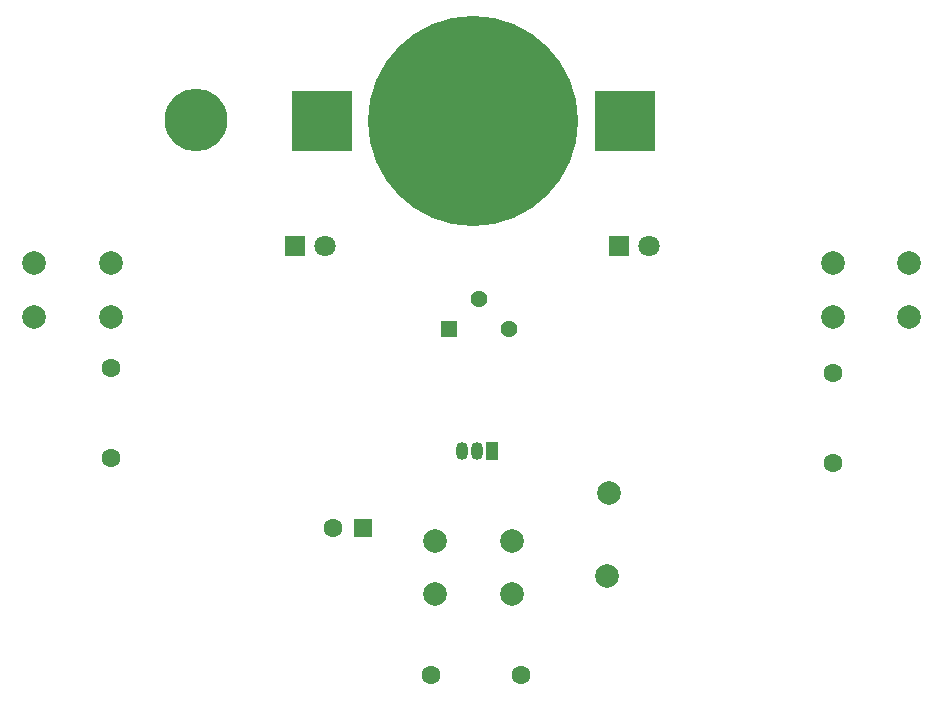
<source format=gbr>
%TF.GenerationSoftware,KiCad,Pcbnew,9.0.2*%
%TF.CreationDate,2025-06-28T23:14:17+07:00*%
%TF.ProjectId,PCB art,50434220-6172-4742-9e6b-696361645f70,rev?*%
%TF.SameCoordinates,Original*%
%TF.FileFunction,Soldermask,Bot*%
%TF.FilePolarity,Negative*%
%FSLAX46Y46*%
G04 Gerber Fmt 4.6, Leading zero omitted, Abs format (unit mm)*
G04 Created by KiCad (PCBNEW 9.0.2) date 2025-06-28 23:14:17*
%MOMM*%
%LPD*%
G01*
G04 APERTURE LIST*
G04 Aperture macros list*
%AMRoundRect*
0 Rectangle with rounded corners*
0 $1 Rounding radius*
0 $2 $3 $4 $5 $6 $7 $8 $9 X,Y pos of 4 corners*
0 Add a 4 corners polygon primitive as box body*
4,1,4,$2,$3,$4,$5,$6,$7,$8,$9,$2,$3,0*
0 Add four circle primitives for the rounded corners*
1,1,$1+$1,$2,$3*
1,1,$1+$1,$4,$5*
1,1,$1+$1,$6,$7*
1,1,$1+$1,$8,$9*
0 Add four rect primitives between the rounded corners*
20,1,$1+$1,$2,$3,$4,$5,0*
20,1,$1+$1,$4,$5,$6,$7,0*
20,1,$1+$1,$6,$7,$8,$9,0*
20,1,$1+$1,$8,$9,$2,$3,0*%
G04 Aperture macros list end*
%ADD10C,17.800000*%
%ADD11R,5.100000X5.100000*%
%ADD12RoundRect,0.102000X-0.611000X-0.611000X0.611000X-0.611000X0.611000X0.611000X-0.611000X0.611000X0*%
%ADD13C,1.426000*%
%ADD14C,5.300000*%
%ADD15R,1.800000X1.800000*%
%ADD16C,1.800000*%
%ADD17C,2.000000*%
%ADD18C,1.600000*%
%ADD19RoundRect,0.250000X0.550000X0.550000X-0.550000X0.550000X-0.550000X-0.550000X0.550000X-0.550000X0*%
%ADD20R,1.050000X1.500000*%
%ADD21O,1.050000X1.500000*%
G04 APERTURE END LIST*
D10*
%TO.C,BT1*%
X195681600Y-68478400D03*
D11*
X182881600Y-68478400D03*
X208481600Y-68478400D03*
%TD*%
D12*
%TO.C,VR1*%
X193649600Y-86055200D03*
D13*
X196189600Y-83515200D03*
X198729600Y-86055200D03*
%TD*%
D14*
%TO.C,REF\u002A\u002A*%
X172212000Y-68376800D03*
%TD*%
D15*
%TO.C,D2*%
X207974400Y-79000000D03*
D16*
X210514400Y-79000000D03*
%TD*%
D17*
%TO.C,SW1*%
X158500000Y-80500000D03*
X165000000Y-80500000D03*
X158500000Y-85000000D03*
X165000000Y-85000000D03*
%TD*%
%TO.C,SW2*%
X226084000Y-80500000D03*
X232584000Y-80500000D03*
X226084000Y-85000000D03*
X232584000Y-85000000D03*
%TD*%
D15*
%TO.C,D1*%
X180593200Y-79000000D03*
D16*
X183133200Y-79000000D03*
%TD*%
D17*
%TO.C,SW3*%
X192466000Y-104008400D03*
X198966000Y-104008400D03*
X192466000Y-108508400D03*
X198966000Y-108508400D03*
%TD*%
%TO.C,M1*%
X207162800Y-99945600D03*
%TD*%
D18*
%TO.C,R2*%
X226085400Y-89814400D03*
X226085400Y-97434400D03*
%TD*%
D17*
%TO.C,M1*%
X207000000Y-106934000D03*
%TD*%
D19*
%TO.C,C1*%
X186320313Y-102870000D03*
D18*
X183820313Y-102870000D03*
%TD*%
D20*
%TO.C,Q1*%
X197265000Y-96355800D03*
D21*
X195995000Y-96355800D03*
X194725000Y-96355800D03*
%TD*%
D18*
%TO.C,R1*%
X164973000Y-96977200D03*
X164973000Y-89357200D03*
%TD*%
%TO.C,R3*%
X199728000Y-115336800D03*
X192108000Y-115336800D03*
%TD*%
M02*

</source>
